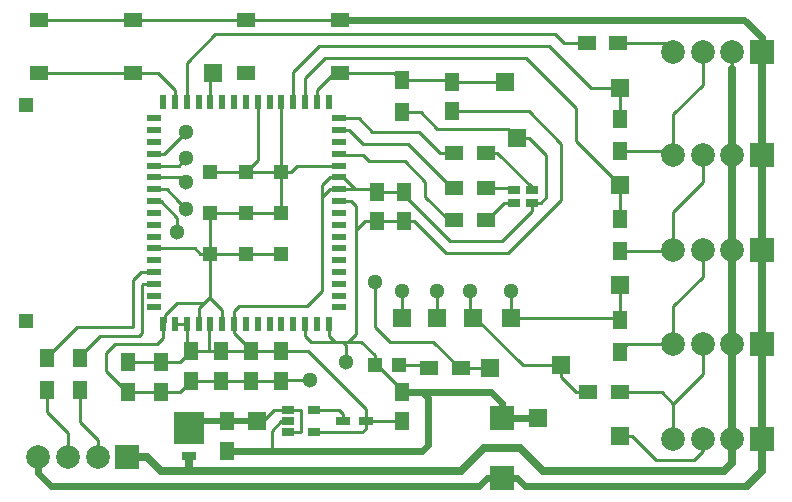
<source format=gtl>
G04 #@! TF.FileFunction,Copper,L1,Top,Signal*
%FSLAX46Y46*%
G04 Gerber Fmt 4.6, Leading zero omitted, Abs format (unit mm)*
G04 Created by KiCad (PCBNEW 4.0.3-stable) date Saturday, August 27, 2016 'PMt' 02:16:41 PM*
%MOMM*%
%LPD*%
G01*
G04 APERTURE LIST*
%ADD10C,0.100000*%
%ADD11R,2.000000X2.000000*%
%ADD12C,2.000000*%
%ADD13R,1.500000X1.300000*%
%ADD14R,1.250000X1.500000*%
%ADD15R,1.300000X1.500000*%
%ADD16R,2.540000X2.670000*%
%ADD17R,1.270000X0.762000*%
%ADD18R,1.000000X0.800000*%
%ADD19R,1.198880X1.198880*%
%ADD20R,1.200000X0.750000*%
%ADD21R,1.060000X0.650000*%
%ADD22R,1.200000X1.200000*%
%ADD23R,0.600000X1.200000*%
%ADD24R,1.200000X0.600000*%
%ADD25R,1.500000X1.500000*%
%ADD26R,1.550000X1.300000*%
%ADD27R,1.998980X1.998980*%
%ADD28C,1.300000*%
%ADD29C,0.254000*%
%ADD30C,0.400000*%
%ADD31C,0.650000*%
%ADD32C,0.600000*%
%ADD33C,0.500000*%
G04 APERTURE END LIST*
D10*
D11*
X217250000Y-105500000D03*
D12*
X214750000Y-105500000D03*
X212250000Y-105500000D03*
X209750000Y-105500000D03*
D13*
X191750000Y-99500000D03*
X189050000Y-99500000D03*
D11*
X217250000Y-97500000D03*
D12*
X214750000Y-97500000D03*
X212250000Y-97500000D03*
X209750000Y-97500000D03*
D14*
X191000000Y-75250000D03*
X191000000Y-77750000D03*
D11*
X163500000Y-107000000D03*
D12*
X161000000Y-107000000D03*
X158500000Y-107000000D03*
X156000000Y-107000000D03*
D15*
X159500000Y-98650000D03*
X159500000Y-101350000D03*
D14*
X186750000Y-104000000D03*
X186750000Y-101500000D03*
D11*
X217250000Y-72750000D03*
D12*
X214750000Y-72750000D03*
X212250000Y-72750000D03*
X209750000Y-72750000D03*
D13*
X205100000Y-72000000D03*
X202400000Y-72000000D03*
D14*
X173990000Y-98064000D03*
X173990000Y-100564000D03*
X176530000Y-98064000D03*
X176530000Y-100564000D03*
X186944000Y-84570000D03*
X186944000Y-87070000D03*
X172000000Y-104000000D03*
X172000000Y-106500000D03*
X184658000Y-84570000D03*
X184658000Y-87070000D03*
X168910000Y-98064000D03*
X168910000Y-100564000D03*
X171450000Y-98064000D03*
X171450000Y-100564000D03*
X163576000Y-99000000D03*
X163576000Y-101500000D03*
X166370000Y-99000000D03*
X166370000Y-101500000D03*
D16*
X168730000Y-104585000D03*
D17*
X168760000Y-106936000D03*
D18*
X196250000Y-85550000D03*
X196250000Y-84450000D03*
X197750000Y-85550000D03*
X197750000Y-84450000D03*
D19*
X186549020Y-99250000D03*
X184450980Y-99250000D03*
D20*
X181800000Y-104000000D03*
X183700000Y-104000000D03*
D11*
X217250000Y-81500000D03*
D12*
X214750000Y-81500000D03*
X212250000Y-81500000D03*
X209750000Y-81500000D03*
D11*
X217250000Y-89500000D03*
D12*
X214750000Y-89500000D03*
X212250000Y-89500000D03*
X209750000Y-89500000D03*
D15*
X205250000Y-78400000D03*
X205250000Y-81100000D03*
X186750000Y-77850000D03*
X186750000Y-75150000D03*
X205250000Y-86900000D03*
X205250000Y-89600000D03*
X205250000Y-95400000D03*
X205250000Y-98100000D03*
D13*
X202550000Y-101500000D03*
X205250000Y-101500000D03*
X191150000Y-84250000D03*
X193850000Y-84250000D03*
X191150000Y-81250000D03*
X193850000Y-81250000D03*
X191150000Y-87000000D03*
X193850000Y-87000000D03*
D15*
X156750000Y-98650000D03*
X156750000Y-101350000D03*
D21*
X177150000Y-103050000D03*
X177150000Y-104000000D03*
X177150000Y-104950000D03*
X179350000Y-104950000D03*
X179350000Y-103050000D03*
D22*
X154940000Y-95480000D03*
X154940000Y-77240000D03*
X170560000Y-82860000D03*
X173560000Y-82860000D03*
X176560000Y-82860000D03*
X170560000Y-86360000D03*
X173560000Y-86360000D03*
X176560000Y-86360000D03*
X170560000Y-89860000D03*
X173560000Y-89860000D03*
X176560000Y-89860000D03*
D23*
X166560000Y-95760000D03*
X167560000Y-95760000D03*
X168560000Y-95760000D03*
X169560000Y-95760000D03*
X170560000Y-95760000D03*
X171560000Y-95760000D03*
X172560000Y-95760000D03*
X173560000Y-95760000D03*
X174560000Y-95760000D03*
X175560000Y-95760000D03*
X176560000Y-95760000D03*
X177560000Y-95760000D03*
X178560000Y-95760000D03*
X179560000Y-95760000D03*
X180560000Y-95760000D03*
D24*
X181460000Y-94360000D03*
X181460000Y-93360000D03*
X181460000Y-92360000D03*
X181460000Y-91360000D03*
X181460000Y-90360000D03*
X181460000Y-89360000D03*
X181460000Y-88360000D03*
X181460000Y-87360000D03*
X181460000Y-86360000D03*
X181460000Y-85360000D03*
X181460000Y-84360000D03*
X181460000Y-83360000D03*
X181460000Y-82360000D03*
X181460000Y-81360000D03*
X181460000Y-80360000D03*
X181460000Y-79360000D03*
X181460000Y-78360000D03*
D23*
X180560000Y-76960000D03*
X179560000Y-76960000D03*
X178560000Y-76960000D03*
X177560000Y-76960000D03*
X176560000Y-76960000D03*
X175560000Y-76960000D03*
X174560000Y-76960000D03*
X173560000Y-76960000D03*
X172560000Y-76960000D03*
X171560000Y-76960000D03*
X170560000Y-76960000D03*
X169560000Y-76960000D03*
X168560000Y-76960000D03*
X167560000Y-76960000D03*
X166560000Y-76960000D03*
D24*
X165760000Y-78360000D03*
X165760000Y-79360000D03*
X165760000Y-80360000D03*
X165760000Y-81360000D03*
X165760000Y-82360000D03*
X165760000Y-83360000D03*
X165760000Y-84360000D03*
X165760000Y-85360000D03*
X165760000Y-86360000D03*
X165760000Y-87360000D03*
X165760000Y-88360000D03*
X165760000Y-89360000D03*
X165760000Y-90360000D03*
X165760000Y-91360000D03*
X165760000Y-92360000D03*
X165760000Y-93360000D03*
X165760000Y-94360000D03*
D25*
X205250000Y-75750000D03*
X174500000Y-104000000D03*
X205250000Y-84000000D03*
X205250000Y-92500000D03*
X200250000Y-99250000D03*
X205250000Y-105250000D03*
X170750000Y-74500000D03*
D26*
X156050000Y-70000000D03*
X164000000Y-70000000D03*
X164000000Y-74500000D03*
X156050000Y-74500000D03*
X173550000Y-70000000D03*
X181500000Y-70000000D03*
X181500000Y-74500000D03*
X173550000Y-74500000D03*
D25*
X196500000Y-80000000D03*
X195500000Y-75250000D03*
X192750000Y-95250000D03*
X186750000Y-95250000D03*
X194250000Y-99500000D03*
X189750000Y-95250000D03*
X196000000Y-95250000D03*
X198250000Y-103750000D03*
D27*
X195250000Y-108790000D03*
X195250000Y-103710000D03*
D28*
X196000000Y-93000000D03*
X168500000Y-79500000D03*
X189750000Y-93000000D03*
X168500000Y-83750000D03*
X184500000Y-92250000D03*
X168500000Y-86000000D03*
X167750000Y-87999996D03*
X186750000Y-93000000D03*
X192500000Y-93000000D03*
X168500000Y-81750000D03*
X179000000Y-100500000D03*
X182000000Y-99000000D03*
D29*
X186750000Y-77850000D02*
X188350000Y-77850000D01*
X188350000Y-77850000D02*
X189750000Y-79250000D01*
X189750000Y-79250000D02*
X195750000Y-79250000D01*
X195750000Y-79250000D02*
X196500000Y-80000000D01*
X180000000Y-85000000D02*
X180000000Y-93000000D01*
X180000000Y-93000000D02*
X178750000Y-94250000D01*
X178750000Y-94250000D02*
X173000000Y-94250000D01*
X173000000Y-94250000D02*
X172560000Y-94690000D01*
X172560000Y-94690000D02*
X172560000Y-95760000D01*
X181460000Y-84360000D02*
X183000000Y-84360000D01*
X183000000Y-84360000D02*
X184448000Y-84360000D01*
X181460000Y-83360000D02*
X181760000Y-83360000D01*
X181760000Y-83360000D02*
X182760000Y-84360000D01*
X182760000Y-84360000D02*
X183000000Y-84360000D01*
X184658000Y-84570000D02*
X186944000Y-84570000D01*
X184448000Y-84360000D02*
X184658000Y-84570000D01*
X183700000Y-104000000D02*
X183700000Y-102950000D01*
X183700000Y-102950000D02*
X178814000Y-98064000D01*
X178814000Y-98064000D02*
X176530000Y-98064000D01*
X180000000Y-85000000D02*
X180000000Y-84000000D01*
X180000000Y-84000000D02*
X180640000Y-83360000D01*
X180640000Y-83360000D02*
X181460000Y-83360000D01*
X186750000Y-104000000D02*
X183700000Y-104000000D01*
X199000000Y-83000000D02*
X199000000Y-83250000D01*
X199000000Y-83250000D02*
X199000000Y-85054000D01*
X199000000Y-81496000D02*
X199000000Y-83250000D01*
X196500000Y-80000000D02*
X197504000Y-80000000D01*
X197504000Y-80000000D02*
X199000000Y-81496000D01*
X176530000Y-98064000D02*
X173990000Y-98064000D01*
X181460000Y-84360000D02*
X180640000Y-84360000D01*
X180640000Y-84360000D02*
X180000000Y-85000000D01*
X179350000Y-104950000D02*
X183379000Y-104950000D01*
X183379000Y-104950000D02*
X183700000Y-104629000D01*
X183700000Y-104629000D02*
X183700000Y-104000000D01*
X168910000Y-98064000D02*
X168560000Y-97714000D01*
X168560000Y-97714000D02*
X168560000Y-95760000D01*
X166370000Y-99000000D02*
X167974000Y-99000000D01*
X167974000Y-99000000D02*
X168910000Y-98064000D01*
X163576000Y-99000000D02*
X166370000Y-99000000D01*
X198504000Y-85550000D02*
X197750000Y-85550000D01*
X199000000Y-85054000D02*
X198504000Y-85550000D01*
X186944000Y-84570000D02*
X186944000Y-84879802D01*
X186944000Y-84879802D02*
X190814198Y-88750000D01*
X190814198Y-88750000D02*
X195204000Y-88750000D01*
X195204000Y-88750000D02*
X197750000Y-86204000D01*
X197750000Y-86204000D02*
X197750000Y-85550000D01*
D30*
X186944000Y-84445000D02*
X186944000Y-84570000D01*
D29*
X170560000Y-95760000D02*
X170434000Y-95886000D01*
X170434000Y-95886000D02*
X170434000Y-97923000D01*
X170434000Y-97923000D02*
X170560000Y-98049000D01*
X171450000Y-98064000D02*
X173990000Y-98064000D01*
X173990000Y-97939000D02*
X172560000Y-96509000D01*
X172560000Y-96509000D02*
X172560000Y-95760000D01*
X170545000Y-98064000D02*
X168910000Y-98064000D01*
X170575000Y-98064000D02*
X171450000Y-98064000D01*
X168560000Y-95760000D02*
X167560000Y-95760000D01*
D31*
X217250000Y-81500000D02*
X217250000Y-72750000D01*
X217250000Y-89500000D02*
X217250000Y-81500000D01*
X217250000Y-97500000D02*
X217250000Y-89500000D01*
X217250000Y-105500000D02*
X217250000Y-97500000D01*
X216000000Y-109500000D02*
X217250000Y-108250000D01*
X217250000Y-108250000D02*
X217250000Y-105500000D01*
D32*
X216000000Y-109500000D02*
X197213490Y-109500000D01*
X197213490Y-109500000D02*
X196503490Y-108790000D01*
X196503490Y-108790000D02*
X195250000Y-108790000D01*
X215250000Y-70000000D02*
X215754000Y-70000000D01*
X215754000Y-70000000D02*
X217250000Y-71496000D01*
X217250000Y-71496000D02*
X217250000Y-72750000D01*
X215250000Y-70000000D02*
X182529000Y-70000000D01*
X182529000Y-70000000D02*
X181500000Y-70000000D01*
X157085787Y-109500000D02*
X193286510Y-109500000D01*
X193286510Y-109500000D02*
X193996510Y-108790000D01*
X193996510Y-108790000D02*
X195250000Y-108790000D01*
X156000000Y-107000000D02*
X156000000Y-108414213D01*
X156000000Y-108414213D02*
X157085787Y-109500000D01*
D29*
X164000000Y-70000000D02*
X156050000Y-70000000D01*
X173550000Y-70000000D02*
X164000000Y-70000000D01*
X181500000Y-70000000D02*
X173550000Y-70000000D01*
X177150000Y-103050000D02*
X178250000Y-103050000D01*
X178250000Y-103050000D02*
X178250000Y-104950000D01*
X178250000Y-104950000D02*
X177150000Y-104950000D01*
D33*
X168730000Y-104585000D02*
X169315000Y-104000000D01*
X169315000Y-104000000D02*
X172000000Y-104000000D01*
D29*
X174500000Y-104000000D02*
X175000000Y-104000000D01*
X175000000Y-104000000D02*
X175950000Y-103050000D01*
X175950000Y-103050000D02*
X177150000Y-103050000D01*
D33*
X172000000Y-104000000D02*
X174500000Y-104000000D01*
D29*
X214750000Y-72750000D02*
X214750000Y-74164213D01*
D31*
X214750000Y-74164213D02*
X214750000Y-81500000D01*
X214750000Y-89500000D02*
X214750000Y-81500000D01*
X214750000Y-97500000D02*
X214750000Y-89500000D01*
X214750000Y-105500000D02*
X214750000Y-97500000D01*
X214000000Y-108250000D02*
X214750000Y-107500000D01*
X214750000Y-107500000D02*
X214750000Y-105500000D01*
X213750000Y-108250000D02*
X214000000Y-108250000D01*
X168760000Y-108240000D02*
X191760000Y-108240000D01*
X191760000Y-108240000D02*
X193750000Y-106250000D01*
X193750000Y-106250000D02*
X196750000Y-106250000D01*
X196750000Y-106250000D02*
X198750000Y-108250000D01*
X198750000Y-108250000D02*
X213750000Y-108250000D01*
X168750000Y-108250000D02*
X168760000Y-108240000D01*
X166400000Y-108250000D02*
X168750000Y-108250000D01*
X168760000Y-108240000D02*
X168760000Y-106936000D01*
X163500000Y-107000000D02*
X165150000Y-107000000D01*
X165150000Y-107000000D02*
X166400000Y-108250000D01*
D29*
X193850000Y-87000000D02*
X193950000Y-87000000D01*
X193950000Y-87000000D02*
X195400000Y-85550000D01*
X195400000Y-85550000D02*
X195496000Y-85550000D01*
X195496000Y-85550000D02*
X196250000Y-85550000D01*
X193850000Y-84250000D02*
X196050000Y-84250000D01*
X196050000Y-84250000D02*
X196250000Y-84450000D01*
X196200000Y-84500000D02*
X196250000Y-84450000D01*
X193850000Y-81250000D02*
X194854000Y-81250000D01*
X194854000Y-81250000D02*
X197750000Y-84146000D01*
X197750000Y-84146000D02*
X197750000Y-84450000D01*
X186549020Y-99250000D02*
X188800000Y-99250000D01*
X188800000Y-99250000D02*
X189050000Y-99500000D01*
X181800000Y-104000000D02*
X181800000Y-103371000D01*
X181800000Y-103371000D02*
X181479000Y-103050000D01*
X181479000Y-103050000D02*
X180134000Y-103050000D01*
X180134000Y-103050000D02*
X179350000Y-103050000D01*
X212250000Y-72750000D02*
X212250000Y-75500000D01*
X212250000Y-75500000D02*
X209750000Y-78000000D01*
X209750000Y-78000000D02*
X209750000Y-81500000D01*
X205250000Y-81100000D02*
X209350000Y-81100000D01*
X209350000Y-81100000D02*
X209750000Y-81500000D01*
X205250000Y-89600000D02*
X209650000Y-89600000D01*
X209650000Y-89600000D02*
X209750000Y-89500000D01*
X212250000Y-81500000D02*
X212250000Y-83750000D01*
X212250000Y-83750000D02*
X209750000Y-86250000D01*
X209750000Y-86250000D02*
X209750000Y-89500000D01*
X212250000Y-89500000D02*
X212250000Y-91750000D01*
X212250000Y-91750000D02*
X209750000Y-94250000D01*
X209750000Y-94250000D02*
X209750000Y-97500000D01*
X209750000Y-97500000D02*
X205850000Y-97500000D01*
X205850000Y-97500000D02*
X205250000Y-98100000D01*
X205250000Y-101500000D02*
X208750000Y-101500000D01*
X208750000Y-101500000D02*
X209750000Y-102500000D01*
X212250000Y-97500000D02*
X212250000Y-100000000D01*
X212250000Y-100000000D02*
X209750000Y-102500000D01*
X209750000Y-102500000D02*
X209750000Y-105500000D01*
X205250000Y-95400000D02*
X205250000Y-92500000D01*
X196000000Y-95250000D02*
X205100000Y-95250000D01*
X205100000Y-95250000D02*
X205250000Y-95400000D01*
X196000000Y-93000000D02*
X196000000Y-95250000D01*
X165760000Y-81360000D02*
X166640000Y-81360000D01*
X166640000Y-81360000D02*
X168500000Y-79500000D01*
X189750000Y-93000000D02*
X189750000Y-95250000D01*
X165760000Y-83360000D02*
X168110000Y-83360000D01*
X168110000Y-83360000D02*
X168500000Y-83750000D01*
X191750000Y-99500000D02*
X191650000Y-99500000D01*
X184500000Y-93169238D02*
X184500000Y-92250000D01*
X189400000Y-97250000D02*
X185750000Y-97250000D01*
X184500000Y-96000000D02*
X184500000Y-93169238D01*
X191650000Y-99500000D02*
X189400000Y-97250000D01*
X185750000Y-97250000D02*
X184500000Y-96000000D01*
X194250000Y-99500000D02*
X191750000Y-99500000D01*
X167850001Y-85350001D02*
X168500000Y-86000000D01*
X166860000Y-84360000D02*
X167850001Y-85350001D01*
X165760000Y-84360000D02*
X166860000Y-84360000D01*
X165760000Y-85360000D02*
X166360000Y-85360000D01*
X166360000Y-85360000D02*
X167750000Y-86750000D01*
X167750000Y-86750000D02*
X167750000Y-87080758D01*
X167750000Y-87080758D02*
X167750000Y-87999996D01*
X186750000Y-93000000D02*
X186750000Y-94000000D01*
X186750000Y-94000000D02*
X186750000Y-95250000D01*
X192750000Y-95250000D02*
X193000000Y-95250000D01*
X193000000Y-95250000D02*
X197000000Y-99250000D01*
X197000000Y-99250000D02*
X200250000Y-99250000D01*
X202550000Y-101500000D02*
X201496000Y-101500000D01*
X201496000Y-101500000D02*
X200250000Y-100254000D01*
X200250000Y-100254000D02*
X200250000Y-99250000D01*
X192500000Y-93000000D02*
X192500000Y-95000000D01*
X192500000Y-95000000D02*
X192750000Y-95250000D01*
X165760000Y-82360000D02*
X167890000Y-82360000D01*
X167890000Y-82360000D02*
X168500000Y-81750000D01*
X191000000Y-75250000D02*
X195500000Y-75250000D01*
X186750000Y-75150000D02*
X190900000Y-75150000D01*
X190900000Y-75150000D02*
X191000000Y-75250000D01*
X181500000Y-74500000D02*
X186100000Y-74500000D01*
X186100000Y-74500000D02*
X186750000Y-75150000D01*
X179560000Y-76960000D02*
X179560000Y-75960000D01*
X179560000Y-75960000D02*
X181020000Y-74500000D01*
D30*
X181020000Y-74500000D02*
X181500000Y-74500000D01*
D29*
X212250000Y-105500000D02*
X212250000Y-106500000D01*
X212250000Y-106500000D02*
X211500000Y-107250000D01*
X211500000Y-107250000D02*
X208254000Y-107250000D01*
X208254000Y-107250000D02*
X206254000Y-105250000D01*
X206254000Y-105250000D02*
X205250000Y-105250000D01*
X161000000Y-105585787D02*
X161000000Y-107000000D01*
X159500000Y-104085787D02*
X159500000Y-101350000D01*
X161000000Y-105585787D02*
X159500000Y-104085787D01*
X156750000Y-103250000D02*
X156750000Y-101350000D01*
X158500000Y-105000000D02*
X156750000Y-103250000D01*
X158500000Y-107000000D02*
X158500000Y-105000000D01*
X205250000Y-86900000D02*
X205250000Y-85896000D01*
X205250000Y-85896000D02*
X205250000Y-84000000D01*
X178560000Y-76960000D02*
X178560000Y-74940000D01*
X178560000Y-74940000D02*
X180250000Y-73250000D01*
X201500000Y-80250000D02*
X205250000Y-84000000D01*
X180250000Y-73250000D02*
X197250000Y-73250000D01*
X197250000Y-73250000D02*
X201500000Y-77500000D01*
X201500000Y-77500000D02*
X201500000Y-80250000D01*
X205250000Y-78400000D02*
X205250000Y-75750000D01*
X177560000Y-76960000D02*
X177560000Y-74440000D01*
X177560000Y-74440000D02*
X179750000Y-72250000D01*
X179750000Y-72250000D02*
X199250000Y-72250000D01*
X199250000Y-72250000D02*
X202750000Y-75750000D01*
X202750000Y-75750000D02*
X205250000Y-75750000D01*
X199750000Y-71250000D02*
X200500000Y-72000000D01*
X200500000Y-72000000D02*
X202400000Y-72000000D01*
X168560000Y-76960000D02*
X168560000Y-73629998D01*
X168560000Y-73629998D02*
X170939998Y-71250000D01*
X170939998Y-71250000D02*
X199750000Y-71250000D01*
X181460000Y-79360000D02*
X182314000Y-79360000D01*
X182314000Y-79360000D02*
X183454000Y-80500000D01*
X183454000Y-80500000D02*
X187300000Y-80500000D01*
X187300000Y-80500000D02*
X191050000Y-84250000D01*
X191050000Y-84250000D02*
X191150000Y-84250000D01*
X191150000Y-84500000D02*
X190750000Y-84500000D01*
D30*
X191050000Y-84500000D02*
X191150000Y-84500000D01*
D29*
X181460000Y-78360000D02*
X183110000Y-78360000D01*
X183110000Y-78360000D02*
X184250000Y-79500000D01*
X184250000Y-79500000D02*
X188250000Y-79500000D01*
X188250000Y-79500000D02*
X190000000Y-81250000D01*
X190000000Y-81250000D02*
X191150000Y-81250000D01*
X181460000Y-81360000D02*
X181600000Y-81500000D01*
X181600000Y-81500000D02*
X183500000Y-81500000D01*
X183500000Y-81500000D02*
X184000000Y-82000000D01*
X184000000Y-82000000D02*
X187000000Y-82000000D01*
X187000000Y-82000000D02*
X188750000Y-83750000D01*
X188750000Y-83750000D02*
X188750000Y-85000000D01*
X188750000Y-85000000D02*
X190750000Y-87000000D01*
X190750000Y-87000000D02*
X191150000Y-87000000D01*
X159500000Y-98650000D02*
X159500000Y-98500000D01*
X159500000Y-98500000D02*
X161250000Y-96750000D01*
X161250000Y-96750000D02*
X164500000Y-96750000D01*
X164500000Y-96750000D02*
X164750000Y-96500000D01*
X164890000Y-92360000D02*
X165760000Y-92360000D01*
X164750000Y-96500000D02*
X164750000Y-92500000D01*
X164750000Y-92500000D02*
X164890000Y-92360000D01*
X156750000Y-98650000D02*
X156750000Y-98550000D01*
X156750000Y-98550000D02*
X159300000Y-96000000D01*
X164000000Y-92000000D02*
X164640000Y-91360000D01*
X159300000Y-96000000D02*
X164000000Y-96000000D01*
X164640000Y-91360000D02*
X165760000Y-91360000D01*
X164000000Y-96000000D02*
X164000000Y-92000000D01*
X164000000Y-74500000D02*
X156050000Y-74500000D01*
X167560000Y-76960000D02*
X167560000Y-75960000D01*
X167560000Y-75960000D02*
X166100000Y-74500000D01*
X165175000Y-74500000D02*
X164000000Y-74500000D01*
X166100000Y-74500000D02*
X165175000Y-74500000D01*
X170560000Y-76960000D02*
X170560000Y-74690000D01*
D30*
X170560000Y-74690000D02*
X170750000Y-74500000D01*
D29*
X205100000Y-72000000D02*
X209000000Y-72000000D01*
X209000000Y-72000000D02*
X209750000Y-72750000D01*
X182000000Y-99000000D02*
X182000000Y-97518982D01*
X182000000Y-97518982D02*
X181750000Y-97268982D01*
X184450980Y-99250000D02*
X184450980Y-98396560D01*
X184450980Y-98396560D02*
X183323402Y-97268982D01*
X183323402Y-97268982D02*
X182231018Y-97268982D01*
X186750000Y-101500000D02*
X186750000Y-101375000D01*
X186750000Y-101375000D02*
X184625000Y-99250000D01*
X184625000Y-99250000D02*
X184450980Y-99250000D01*
X171560000Y-95760000D02*
X171560000Y-94560000D01*
X171560000Y-94560000D02*
X170560000Y-93560000D01*
X170560000Y-93560000D02*
X170560000Y-93440000D01*
X166560000Y-95760000D02*
X166560000Y-96940000D01*
X161750000Y-99763000D02*
X163487000Y-101500000D01*
X166560000Y-96940000D02*
X166000000Y-97500000D01*
X161750000Y-98250000D02*
X161750000Y-99763000D01*
X166000000Y-97500000D02*
X162500000Y-97500000D01*
X162500000Y-97500000D02*
X161750000Y-98250000D01*
X179000000Y-100500000D02*
X176594000Y-100500000D01*
X176594000Y-100500000D02*
X176530000Y-100564000D01*
X182231018Y-97268982D02*
X181750000Y-97268982D01*
X181750000Y-97268982D02*
X181068980Y-97268982D01*
X181823402Y-97268982D02*
X181750000Y-97268982D01*
D32*
X195250000Y-103710000D02*
X198210000Y-103710000D01*
D29*
X198210000Y-103710000D02*
X198250000Y-103750000D01*
D32*
X175750000Y-106500000D02*
X188500000Y-106500000D01*
X188500000Y-106500000D02*
X189000000Y-106000000D01*
X189000000Y-106000000D02*
X189000000Y-102000000D01*
X189000000Y-102000000D02*
X188500000Y-101500000D01*
X194293490Y-101500000D02*
X188500000Y-101500000D01*
X188500000Y-101500000D02*
X187629000Y-101500000D01*
X195250000Y-103710000D02*
X195250000Y-102456510D01*
X195250000Y-102456510D02*
X194293490Y-101500000D01*
X187629000Y-101500000D02*
X186750000Y-101500000D01*
D29*
X191000000Y-77750000D02*
X197500000Y-77750000D01*
X197500000Y-77750000D02*
X200250000Y-80500000D01*
X200250000Y-80500000D02*
X200250000Y-85250000D01*
X195750000Y-89750000D02*
X190503000Y-89750000D01*
X200250000Y-85250000D02*
X195750000Y-89750000D01*
X190503000Y-89750000D02*
X187823000Y-87070000D01*
X187823000Y-87070000D02*
X186944000Y-87070000D01*
X182880000Y-87823000D02*
X182880000Y-96620000D01*
X182880000Y-96620000D02*
X182231018Y-97268982D01*
X177150000Y-104000000D02*
X176559198Y-104000000D01*
X176559198Y-104000000D02*
X175750000Y-104809198D01*
X175750000Y-104809198D02*
X175750000Y-106500000D01*
X186750000Y-101625000D02*
X186750000Y-101500000D01*
X180560000Y-96760000D02*
X181068980Y-97268980D01*
X181068980Y-97268982D02*
X179068982Y-97268982D01*
X179068982Y-97268982D02*
X178560000Y-96760000D01*
D32*
X172000000Y-106500000D02*
X175750000Y-106500000D01*
D29*
X166370000Y-101500000D02*
X167974000Y-101500000D01*
X167974000Y-101500000D02*
X168910000Y-100564000D01*
X163576000Y-101500000D02*
X164455000Y-101500000D01*
X164455000Y-101500000D02*
X166370000Y-101500000D01*
D30*
X163487000Y-101500000D02*
X163500000Y-101500000D01*
D29*
X184658000Y-87070000D02*
X183633000Y-87070000D01*
X186944000Y-87070000D02*
X184658000Y-87070000D01*
X173990000Y-100564000D02*
X176530000Y-100564000D01*
X171450000Y-100564000D02*
X173990000Y-100564000D01*
X168910000Y-100564000D02*
X169785000Y-100564000D01*
X169785000Y-100564000D02*
X171450000Y-100564000D01*
X177910000Y-82360000D02*
X181460000Y-82360000D01*
X169560000Y-95760000D02*
X169560000Y-94440000D01*
X169560000Y-94440000D02*
X170000000Y-94000000D01*
X170000000Y-94000000D02*
X170560000Y-93440000D01*
X170560000Y-93440000D02*
X170560000Y-89860000D01*
X167734198Y-94000000D02*
X170000000Y-94000000D01*
X166560000Y-95760000D02*
X166741001Y-95578999D01*
X166741001Y-95578999D02*
X166741001Y-94993197D01*
X166741001Y-94993197D02*
X167734198Y-94000000D01*
X181460000Y-85360000D02*
X182460000Y-85360000D01*
X182460000Y-85360000D02*
X182880000Y-85780000D01*
X182880000Y-85780000D02*
X182880000Y-87823000D01*
X183633000Y-87070000D02*
X182880000Y-87823000D01*
X174560000Y-76960000D02*
X174560000Y-81860000D01*
X174560000Y-81860000D02*
X173560000Y-82860000D01*
X176560000Y-76960000D02*
X176560000Y-77960000D01*
X176560000Y-77960000D02*
X176560000Y-82860000D01*
X180560000Y-95760000D02*
X180560000Y-96760000D01*
X178560000Y-96760000D02*
X178560000Y-95760000D01*
X176560000Y-82860000D02*
X177410000Y-82860000D01*
X177410000Y-82860000D02*
X177910000Y-82360000D01*
X170560000Y-89860000D02*
X169710000Y-89860000D01*
X169710000Y-89860000D02*
X169210000Y-89360000D01*
X169210000Y-89360000D02*
X166610000Y-89360000D01*
X166610000Y-89360000D02*
X165760000Y-89360000D01*
X173560000Y-89860000D02*
X176560000Y-89860000D01*
X170560000Y-89860000D02*
X173560000Y-89860000D01*
X170560000Y-86360000D02*
X170560000Y-87210000D01*
X170560000Y-87210000D02*
X170560000Y-89860000D01*
X173560000Y-86360000D02*
X170560000Y-86360000D01*
X176560000Y-86360000D02*
X173560000Y-86360000D01*
X176560000Y-82860000D02*
X176560000Y-86360000D01*
X173560000Y-82860000D02*
X176560000Y-82860000D01*
X170560000Y-82860000D02*
X173560000Y-82860000D01*
M02*

</source>
